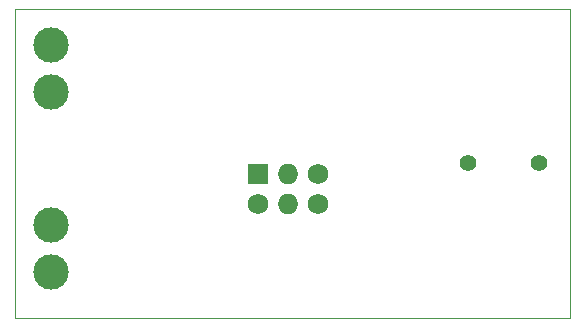
<source format=gbr>
%TF.GenerationSoftware,KiCad,Pcbnew,(6.0.4)*%
%TF.CreationDate,2022-07-05T22:15:58-06:00*%
%TF.ProjectId,fourPostScematic,666f7572-506f-4737-9453-63656d617469,rev?*%
%TF.SameCoordinates,Original*%
%TF.FileFunction,Soldermask,Bot*%
%TF.FilePolarity,Negative*%
%FSLAX46Y46*%
G04 Gerber Fmt 4.6, Leading zero omitted, Abs format (unit mm)*
G04 Created by KiCad (PCBNEW (6.0.4)) date 2022-07-05 22:15:58*
%MOMM*%
%LPD*%
G01*
G04 APERTURE LIST*
%TA.AperFunction,Profile*%
%ADD10C,0.100000*%
%TD*%
%ADD11C,1.400000*%
%ADD12R,1.727200X1.727200*%
%ADD13C,1.727200*%
%ADD14O,1.727200X1.727200*%
%ADD15C,3.000000*%
G04 APERTURE END LIST*
D10*
X68072000Y-55372000D02*
X115062000Y-55372000D01*
X115062000Y-55372000D02*
X115062000Y-81534000D01*
X115062000Y-81534000D02*
X68072000Y-81534000D01*
X68072000Y-81534000D02*
X68072000Y-55372000D01*
D11*
%TO.C,J1*%
X112490000Y-68459500D03*
X106490000Y-68459500D03*
%TD*%
D12*
%TO.C,X1*%
X88706000Y-69362000D03*
D13*
X88706000Y-71902000D03*
D14*
X91246000Y-69362000D03*
X91246000Y-71902000D03*
D13*
X93786000Y-69362000D03*
X93786000Y-71902000D03*
%TD*%
D15*
%TO.C,J3*%
X71120000Y-77660000D03*
X71120000Y-73660000D03*
%TD*%
%TO.C,J2*%
X71120000Y-58420000D03*
X71120000Y-62420000D03*
%TD*%
M02*

</source>
